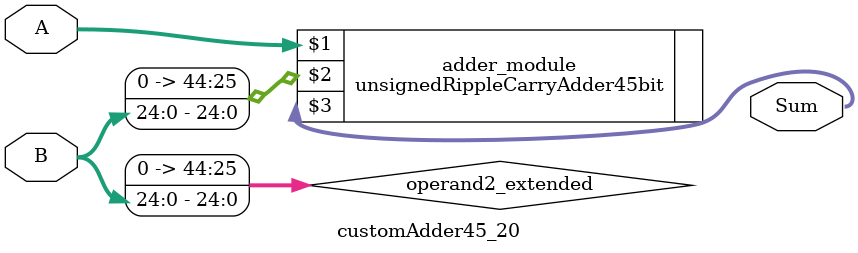
<source format=v>
module customAdder45_20(
                        input [44 : 0] A,
                        input [24 : 0] B,
                        
                        output [45 : 0] Sum
                );

        wire [44 : 0] operand2_extended;
        
        assign operand2_extended =  {20'b0, B};
        
        unsignedRippleCarryAdder45bit adder_module(
            A,
            operand2_extended,
            Sum
        );
        
        endmodule
        
</source>
